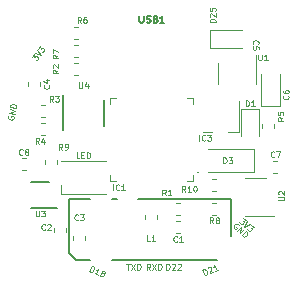
<source format=gbr>
%TF.GenerationSoftware,KiCad,Pcbnew,(5.0.1)-4*%
%TF.CreationDate,2019-05-08T05:57:42+02:00*%
%TF.ProjectId,ESPesh,4553506573682E6B696361645F706362,rev?*%
%TF.SameCoordinates,Original*%
%TF.FileFunction,Legend,Top*%
%TF.FilePolarity,Positive*%
%FSLAX46Y46*%
G04 Gerber Fmt 4.6, Leading zero omitted, Abs format (unit mm)*
G04 Created by KiCad (PCBNEW (5.0.1)-4) date 08/05/2019 5:57:42*
%MOMM*%
%LPD*%
G01*
G04 APERTURE LIST*
%ADD10C,0.100000*%
%ADD11C,0.120000*%
%ADD12C,0.200000*%
%ADD13C,0.150000*%
%ADD14C,0.125000*%
G04 APERTURE END LIST*
D10*
X156598500Y-93774000D02*
X156598500Y-93274000D01*
X156598500Y-93274000D02*
X156098500Y-93274000D01*
X150098500Y-93274000D02*
X149598500Y-93274000D01*
X149598500Y-93274000D02*
X149598500Y-93774000D01*
X149598500Y-99774000D02*
X149598500Y-100274000D01*
X149598500Y-100274000D02*
X150098500Y-100274000D01*
X156598500Y-99774000D02*
X156598500Y-100274000D01*
X156598500Y-100274000D02*
X156098500Y-100274000D01*
X156898500Y-99524000D02*
X156898500Y-99524000D01*
X156998500Y-99524000D02*
X156998500Y-99524000D01*
X156998500Y-99524000D02*
G75*
G03X156898500Y-99524000I-50000J0D01*
G01*
X156898500Y-99524000D02*
G75*
G03X156998500Y-99524000I50000J0D01*
G01*
D11*
X160479500Y-96120500D02*
X159529500Y-96120500D01*
X160479500Y-93520500D02*
X160479500Y-96120500D01*
X158229500Y-96120500D02*
X157429500Y-96120500D01*
X146822279Y-88267000D02*
X146496721Y-88267000D01*
X146822279Y-87247000D02*
X146496721Y-87247000D01*
X146847779Y-88771000D02*
X146522221Y-88771000D01*
X146847779Y-89791000D02*
X146522221Y-89791000D01*
X144778000Y-104594779D02*
X144778000Y-104269221D01*
X145798000Y-104594779D02*
X145798000Y-104269221D01*
X146429000Y-104955221D02*
X146429000Y-105280779D01*
X147449000Y-104955221D02*
X147449000Y-105280779D01*
X152525000Y-103515279D02*
X152525000Y-103189721D01*
X153545000Y-103515279D02*
X153545000Y-103189721D01*
D12*
X159800000Y-101768600D02*
X151950000Y-101768600D01*
X146050000Y-101768600D02*
X146050000Y-106368600D01*
X149700000Y-106968600D02*
X158650000Y-106968600D01*
X159800000Y-101768600D02*
X159800000Y-104968600D01*
X146050000Y-101768600D02*
X147900000Y-101768600D01*
X146650000Y-106968600D02*
X147900000Y-106968600D01*
X149700000Y-101768600D02*
X150150000Y-101768600D01*
X146050000Y-106368600D02*
X146650000Y-106968600D01*
D11*
X155183721Y-104650000D02*
X155509279Y-104650000D01*
X155183721Y-103630000D02*
X155509279Y-103630000D01*
X155183721Y-103126000D02*
X155509279Y-103126000D01*
X155183721Y-102106000D02*
X155509279Y-102106000D01*
X158664000Y-90286000D02*
X158664000Y-92086000D01*
X161884000Y-92086000D02*
X161884000Y-89636000D01*
X160767500Y-87480000D02*
X158057500Y-87480000D01*
X158057500Y-87480000D02*
X158057500Y-89050000D01*
X158057500Y-89050000D02*
X160767500Y-89050000D01*
X163916500Y-93913500D02*
X163916500Y-91203500D01*
X162346500Y-93913500D02*
X163916500Y-93913500D01*
X162346500Y-91203500D02*
X162346500Y-93913500D01*
X163713279Y-98550000D02*
X163387721Y-98550000D01*
X163713279Y-99570000D02*
X163387721Y-99570000D01*
X142440779Y-99379500D02*
X142115221Y-99379500D01*
X142440779Y-98359500D02*
X142115221Y-98359500D01*
X162152000Y-96431000D02*
X162152000Y-94146000D01*
X162152000Y-94146000D02*
X160682000Y-94146000D01*
X160682000Y-94146000D02*
X160682000Y-96431000D01*
X145394600Y-98612500D02*
X149194600Y-98612500D01*
X145394600Y-101412500D02*
X149194600Y-101412500D01*
X145394600Y-101412500D02*
X145394600Y-100662500D01*
X161762000Y-99552000D02*
X161762000Y-97552000D01*
X161762000Y-97552000D02*
X157862000Y-97552000D01*
X161762000Y-99552000D02*
X157862000Y-99552000D01*
X162431000Y-95442721D02*
X162431000Y-95768279D01*
X163451000Y-95442721D02*
X163451000Y-95768279D01*
X158231721Y-102106000D02*
X158557279Y-102106000D01*
X158231721Y-103126000D02*
X158557279Y-103126000D01*
X144016000Y-98816279D02*
X144016000Y-98490721D01*
X145036000Y-98816279D02*
X145036000Y-98490721D01*
X158557279Y-100074000D02*
X158231721Y-100074000D01*
X158557279Y-101094000D02*
X158231721Y-101094000D01*
X162761500Y-100053500D02*
X160961500Y-100053500D01*
X160961500Y-103273500D02*
X163411500Y-103273500D01*
D13*
X144362000Y-100373000D02*
X142912000Y-100373000D01*
X145087000Y-102573000D02*
X142912000Y-102573000D01*
D11*
X143639000Y-91886721D02*
X143639000Y-92212279D01*
X142619000Y-91886721D02*
X142619000Y-92212279D01*
X146496721Y-90295000D02*
X146822279Y-90295000D01*
X146496721Y-91315000D02*
X146822279Y-91315000D01*
X143753721Y-94871000D02*
X144079279Y-94871000D01*
X143753721Y-93851000D02*
X144079279Y-93851000D01*
X143753721Y-95375000D02*
X144079279Y-95375000D01*
X143753721Y-96395000D02*
X144079279Y-96395000D01*
D13*
X145620000Y-93013000D02*
X145620000Y-95963000D01*
X149020000Y-93388000D02*
X149020000Y-95588000D01*
D14*
X160822672Y-103395296D02*
X161052693Y-103602408D01*
X160801382Y-103632437D01*
X160854464Y-103680232D01*
X160873920Y-103729789D01*
X160875682Y-103763415D01*
X160861513Y-103814735D01*
X160781854Y-103903204D01*
X160732297Y-103922660D01*
X160698671Y-103924423D01*
X160647352Y-103910253D01*
X160541188Y-103814663D01*
X160521732Y-103765106D01*
X160519970Y-103731480D01*
X161158856Y-103697998D02*
X160948149Y-104181092D01*
X161406571Y-103921041D01*
X161495041Y-104000700D02*
X161725062Y-104207811D01*
X161473751Y-104237841D01*
X161526833Y-104285636D01*
X161546289Y-104335193D01*
X161548051Y-104368819D01*
X161533882Y-104420138D01*
X161454223Y-104508608D01*
X161404666Y-104528064D01*
X161371040Y-104529827D01*
X161319721Y-104515657D01*
X161213557Y-104420067D01*
X161194101Y-104370510D01*
X161192339Y-104336884D01*
X142918772Y-89801110D02*
X143105048Y-89553914D01*
X143156867Y-89801651D01*
X143199854Y-89744605D01*
X143247527Y-89720904D01*
X143280871Y-89716218D01*
X143333230Y-89725861D01*
X143428306Y-89797505D01*
X143452007Y-89845178D01*
X143456693Y-89878522D01*
X143447050Y-89930882D01*
X143361077Y-90044972D01*
X143313404Y-90068674D01*
X143280060Y-90073360D01*
X143191022Y-89439823D02*
X143690642Y-89607624D01*
X143391627Y-89173611D01*
X143463272Y-89078535D02*
X143649548Y-88831339D01*
X143701366Y-89079076D01*
X143744353Y-89022030D01*
X143792026Y-88998329D01*
X143825370Y-88993643D01*
X143877729Y-89003286D01*
X143972805Y-89074930D01*
X143996506Y-89122603D01*
X144001192Y-89155947D01*
X143991550Y-89208307D01*
X143905576Y-89322397D01*
X143857903Y-89346099D01*
X143824559Y-89350785D01*
X160483388Y-104014852D02*
X160464800Y-103964963D01*
X160412560Y-103916249D01*
X160344083Y-103884948D01*
X160276780Y-103887298D01*
X160226891Y-103905886D01*
X160144526Y-103959301D01*
X160095811Y-104011541D01*
X160048272Y-104097431D01*
X160033209Y-104148496D01*
X160035560Y-104215798D01*
X160071561Y-104281926D01*
X160106387Y-104314402D01*
X160174865Y-104345703D01*
X160208516Y-104344528D01*
X160322183Y-104222635D01*
X160252530Y-104157683D01*
X160332759Y-104525496D02*
X160673758Y-104159820D01*
X160541717Y-104720353D01*
X160882716Y-104354676D01*
X160715849Y-104882734D02*
X161056848Y-104517057D01*
X161143914Y-104598247D01*
X161179915Y-104664374D01*
X161182266Y-104731677D01*
X161167203Y-104782741D01*
X161119664Y-104868632D01*
X161070950Y-104920872D01*
X160988584Y-104974286D01*
X160938695Y-104992875D01*
X160871392Y-104995225D01*
X160802915Y-104963924D01*
X160715849Y-104882734D01*
X140958211Y-94739450D02*
X140924300Y-94780493D01*
X140908232Y-94850091D01*
X140915364Y-94925045D01*
X140951050Y-94982155D01*
X140992093Y-95016066D01*
X141079534Y-95060690D01*
X141149132Y-95076758D01*
X141247285Y-95074982D01*
X141299039Y-95062495D01*
X141356150Y-95026808D01*
X141395417Y-94962566D01*
X141406129Y-94916168D01*
X141398998Y-94841214D01*
X141381154Y-94812659D01*
X141218759Y-94775167D01*
X141197336Y-94867964D01*
X141475757Y-94614577D02*
X140988572Y-94502101D01*
X141540029Y-94336186D01*
X141052844Y-94223710D01*
X141593588Y-94104193D02*
X141106403Y-93991717D01*
X141133183Y-93875721D01*
X141172450Y-93811479D01*
X141229561Y-93775792D01*
X141281316Y-93763305D01*
X141379469Y-93761530D01*
X141449067Y-93777597D01*
X141536508Y-93822221D01*
X141577550Y-93856132D01*
X141613237Y-93913242D01*
X141620368Y-93988196D01*
X141593588Y-94104193D01*
X157581002Y-108268439D02*
X157385637Y-107808186D01*
X157495221Y-107761671D01*
X157570274Y-107755678D01*
X157632714Y-107780905D01*
X157673237Y-107815436D01*
X157732366Y-107893800D01*
X157760276Y-107959550D01*
X157775571Y-108056520D01*
X157772261Y-108109657D01*
X157747033Y-108172097D01*
X157690586Y-108221923D01*
X157581002Y-108268439D01*
X157842579Y-107665957D02*
X157855192Y-107634737D01*
X157889723Y-107594214D01*
X157999307Y-107547699D01*
X158052443Y-107551009D01*
X158083663Y-107563623D01*
X158124186Y-107598153D01*
X158142792Y-107641987D01*
X158148785Y-107717040D01*
X157997421Y-108091679D01*
X158282339Y-107970739D01*
X158720675Y-107784676D02*
X158457674Y-107896314D01*
X158589174Y-107840495D02*
X158393809Y-107380243D01*
X158377884Y-107464599D01*
X158352657Y-107527039D01*
X158318127Y-107567562D01*
X147815742Y-107920979D02*
X148011107Y-107460727D01*
X148120691Y-107507243D01*
X148177139Y-107557069D01*
X148202366Y-107619508D01*
X148205676Y-107672645D01*
X148190381Y-107769615D01*
X148162471Y-107835366D01*
X148103342Y-107913730D01*
X148062819Y-107948260D01*
X148000379Y-107973488D01*
X147925326Y-107967495D01*
X147815742Y-107920979D01*
X148517079Y-108218679D02*
X148254078Y-108107042D01*
X148385578Y-108162860D02*
X148580944Y-107702608D01*
X148509201Y-107749752D01*
X148446761Y-107774979D01*
X148393624Y-107778290D01*
X148891718Y-108067315D02*
X148857187Y-108026792D01*
X148844574Y-107995572D01*
X148841263Y-107942436D01*
X148850566Y-107920519D01*
X148891089Y-107885988D01*
X148922309Y-107873375D01*
X148975446Y-107870064D01*
X149063113Y-107907277D01*
X149097643Y-107947800D01*
X149110257Y-107979020D01*
X149113568Y-108032156D01*
X149104265Y-108054073D01*
X149063741Y-108088604D01*
X149032522Y-108101217D01*
X148979385Y-108104528D01*
X148891718Y-108067315D01*
X148838581Y-108070626D01*
X148807361Y-108083240D01*
X148766838Y-108117770D01*
X148729626Y-108205437D01*
X148732936Y-108258574D01*
X148745550Y-108289794D01*
X148780080Y-108330317D01*
X148867747Y-108367529D01*
X148920884Y-108364219D01*
X148952104Y-108351605D01*
X148992627Y-108317075D01*
X149029840Y-108229407D01*
X149026529Y-108176271D01*
X149013915Y-108145051D01*
X148979385Y-108104528D01*
X152955666Y-107795190D02*
X152789000Y-107557095D01*
X152669952Y-107795190D02*
X152669952Y-107295190D01*
X152860428Y-107295190D01*
X152908047Y-107319000D01*
X152931857Y-107342809D01*
X152955666Y-107390428D01*
X152955666Y-107461857D01*
X152931857Y-107509476D01*
X152908047Y-107533285D01*
X152860428Y-107557095D01*
X152669952Y-107557095D01*
X153122333Y-107295190D02*
X153455666Y-107795190D01*
X153455666Y-107295190D02*
X153122333Y-107795190D01*
X153646142Y-107795190D02*
X153646142Y-107295190D01*
X153765190Y-107295190D01*
X153836619Y-107319000D01*
X153884238Y-107366619D01*
X153908047Y-107414238D01*
X153931857Y-107509476D01*
X153931857Y-107580904D01*
X153908047Y-107676142D01*
X153884238Y-107723761D01*
X153836619Y-107771380D01*
X153765190Y-107795190D01*
X153646142Y-107795190D01*
X154332857Y-107795190D02*
X154332857Y-107295190D01*
X154451904Y-107295190D01*
X154523333Y-107319000D01*
X154570952Y-107366619D01*
X154594761Y-107414238D01*
X154618571Y-107509476D01*
X154618571Y-107580904D01*
X154594761Y-107676142D01*
X154570952Y-107723761D01*
X154523333Y-107771380D01*
X154451904Y-107795190D01*
X154332857Y-107795190D01*
X154809047Y-107342809D02*
X154832857Y-107319000D01*
X154880476Y-107295190D01*
X154999523Y-107295190D01*
X155047142Y-107319000D01*
X155070952Y-107342809D01*
X155094761Y-107390428D01*
X155094761Y-107438047D01*
X155070952Y-107509476D01*
X154785238Y-107795190D01*
X155094761Y-107795190D01*
X155285238Y-107342809D02*
X155309047Y-107319000D01*
X155356666Y-107295190D01*
X155475714Y-107295190D01*
X155523333Y-107319000D01*
X155547142Y-107342809D01*
X155570952Y-107390428D01*
X155570952Y-107438047D01*
X155547142Y-107509476D01*
X155261428Y-107795190D01*
X155570952Y-107795190D01*
X150943547Y-107295190D02*
X151229261Y-107295190D01*
X151086404Y-107795190D02*
X151086404Y-107295190D01*
X151348309Y-107295190D02*
X151681642Y-107795190D01*
X151681642Y-107295190D02*
X151348309Y-107795190D01*
X151872119Y-107795190D02*
X151872119Y-107295190D01*
X151991166Y-107295190D01*
X152062595Y-107319000D01*
X152110214Y-107366619D01*
X152134023Y-107414238D01*
X152157833Y-107509476D01*
X152157833Y-107580904D01*
X152134023Y-107676142D01*
X152110214Y-107723761D01*
X152062595Y-107771380D01*
X151991166Y-107795190D01*
X151872119Y-107795190D01*
X158493590Y-86852842D02*
X157993590Y-86852842D01*
X157993590Y-86733795D01*
X158017400Y-86662366D01*
X158065019Y-86614747D01*
X158112638Y-86590938D01*
X158207876Y-86567128D01*
X158279304Y-86567128D01*
X158374542Y-86590938D01*
X158422161Y-86614747D01*
X158469780Y-86662366D01*
X158493590Y-86733795D01*
X158493590Y-86852842D01*
X158041209Y-86376652D02*
X158017400Y-86352842D01*
X157993590Y-86305223D01*
X157993590Y-86186176D01*
X158017400Y-86138557D01*
X158041209Y-86114747D01*
X158088828Y-86090938D01*
X158136447Y-86090938D01*
X158207876Y-86114747D01*
X158493590Y-86400461D01*
X158493590Y-86090938D01*
X157993590Y-85638557D02*
X157993590Y-85876652D01*
X158231685Y-85900461D01*
X158207876Y-85876652D01*
X158184066Y-85829033D01*
X158184066Y-85709985D01*
X158207876Y-85662366D01*
X158231685Y-85638557D01*
X158279304Y-85614747D01*
X158398352Y-85614747D01*
X158445971Y-85638557D01*
X158469780Y-85662366D01*
X158493590Y-85709985D01*
X158493590Y-85829033D01*
X158469780Y-85876652D01*
X158445971Y-85900461D01*
X149816404Y-101064190D02*
X149816404Y-100564190D01*
X150340214Y-101016571D02*
X150316404Y-101040380D01*
X150244976Y-101064190D01*
X150197357Y-101064190D01*
X150125928Y-101040380D01*
X150078309Y-100992761D01*
X150054500Y-100945142D01*
X150030690Y-100849904D01*
X150030690Y-100778476D01*
X150054500Y-100683238D01*
X150078309Y-100635619D01*
X150125928Y-100588000D01*
X150197357Y-100564190D01*
X150244976Y-100564190D01*
X150316404Y-100588000D01*
X150340214Y-100611809D01*
X150816404Y-101064190D02*
X150530690Y-101064190D01*
X150673547Y-101064190D02*
X150673547Y-100564190D01*
X150625928Y-100635619D01*
X150578309Y-100683238D01*
X150530690Y-100707047D01*
X157118904Y-96873190D02*
X157118904Y-96373190D01*
X157642714Y-96825571D02*
X157618904Y-96849380D01*
X157547476Y-96873190D01*
X157499857Y-96873190D01*
X157428428Y-96849380D01*
X157380809Y-96801761D01*
X157357000Y-96754142D01*
X157333190Y-96658904D01*
X157333190Y-96587476D01*
X157357000Y-96492238D01*
X157380809Y-96444619D01*
X157428428Y-96397000D01*
X157499857Y-96373190D01*
X157547476Y-96373190D01*
X157618904Y-96397000D01*
X157642714Y-96420809D01*
X157809380Y-96373190D02*
X158118904Y-96373190D01*
X157952238Y-96563666D01*
X158023666Y-96563666D01*
X158071285Y-96587476D01*
X158095095Y-96611285D01*
X158118904Y-96658904D01*
X158118904Y-96777952D01*
X158095095Y-96825571D01*
X158071285Y-96849380D01*
X158023666Y-96873190D01*
X157880809Y-96873190D01*
X157833190Y-96849380D01*
X157809380Y-96825571D01*
X147109666Y-86903690D02*
X146943000Y-86665595D01*
X146823952Y-86903690D02*
X146823952Y-86403690D01*
X147014428Y-86403690D01*
X147062047Y-86427500D01*
X147085857Y-86451309D01*
X147109666Y-86498928D01*
X147109666Y-86570357D01*
X147085857Y-86617976D01*
X147062047Y-86641785D01*
X147014428Y-86665595D01*
X146823952Y-86665595D01*
X147538238Y-86403690D02*
X147443000Y-86403690D01*
X147395380Y-86427500D01*
X147371571Y-86451309D01*
X147323952Y-86522738D01*
X147300142Y-86617976D01*
X147300142Y-86808452D01*
X147323952Y-86856071D01*
X147347761Y-86879880D01*
X147395380Y-86903690D01*
X147490619Y-86903690D01*
X147538238Y-86879880D01*
X147562047Y-86856071D01*
X147585857Y-86808452D01*
X147585857Y-86689404D01*
X147562047Y-86641785D01*
X147538238Y-86617976D01*
X147490619Y-86594166D01*
X147395380Y-86594166D01*
X147347761Y-86617976D01*
X147323952Y-86641785D01*
X147300142Y-86689404D01*
X145196690Y-89618333D02*
X144958595Y-89785000D01*
X145196690Y-89904047D02*
X144696690Y-89904047D01*
X144696690Y-89713571D01*
X144720500Y-89665952D01*
X144744309Y-89642142D01*
X144791928Y-89618333D01*
X144863357Y-89618333D01*
X144910976Y-89642142D01*
X144934785Y-89665952D01*
X144958595Y-89713571D01*
X144958595Y-89904047D01*
X144696690Y-89451666D02*
X144696690Y-89118333D01*
X145196690Y-89332619D01*
X144061666Y-104382071D02*
X144037857Y-104405880D01*
X143966428Y-104429690D01*
X143918809Y-104429690D01*
X143847380Y-104405880D01*
X143799761Y-104358261D01*
X143775952Y-104310642D01*
X143752142Y-104215404D01*
X143752142Y-104143976D01*
X143775952Y-104048738D01*
X143799761Y-104001119D01*
X143847380Y-103953500D01*
X143918809Y-103929690D01*
X143966428Y-103929690D01*
X144037857Y-103953500D01*
X144061666Y-103977309D01*
X144252142Y-103977309D02*
X144275952Y-103953500D01*
X144323571Y-103929690D01*
X144442619Y-103929690D01*
X144490238Y-103953500D01*
X144514047Y-103977309D01*
X144537857Y-104024928D01*
X144537857Y-104072547D01*
X144514047Y-104143976D01*
X144228333Y-104429690D01*
X144537857Y-104429690D01*
X146855666Y-103556571D02*
X146831857Y-103580380D01*
X146760428Y-103604190D01*
X146712809Y-103604190D01*
X146641380Y-103580380D01*
X146593761Y-103532761D01*
X146569952Y-103485142D01*
X146546142Y-103389904D01*
X146546142Y-103318476D01*
X146569952Y-103223238D01*
X146593761Y-103175619D01*
X146641380Y-103128000D01*
X146712809Y-103104190D01*
X146760428Y-103104190D01*
X146831857Y-103128000D01*
X146855666Y-103151809D01*
X147022333Y-103104190D02*
X147331857Y-103104190D01*
X147165190Y-103294666D01*
X147236619Y-103294666D01*
X147284238Y-103318476D01*
X147308047Y-103342285D01*
X147331857Y-103389904D01*
X147331857Y-103508952D01*
X147308047Y-103556571D01*
X147284238Y-103580380D01*
X147236619Y-103604190D01*
X147093761Y-103604190D01*
X147046142Y-103580380D01*
X147022333Y-103556571D01*
X152951666Y-105382190D02*
X152713571Y-105382190D01*
X152713571Y-104882190D01*
X153380238Y-105382190D02*
X153094523Y-105382190D01*
X153237380Y-105382190D02*
X153237380Y-104882190D01*
X153189761Y-104953619D01*
X153142142Y-105001238D01*
X153094523Y-105025047D01*
D13*
X152055642Y-86285428D02*
X152055642Y-86771142D01*
X152084214Y-86828285D01*
X152112785Y-86856857D01*
X152169928Y-86885428D01*
X152284214Y-86885428D01*
X152341357Y-86856857D01*
X152369928Y-86828285D01*
X152398500Y-86771142D01*
X152398500Y-86285428D01*
X152655642Y-86856857D02*
X152741357Y-86885428D01*
X152884214Y-86885428D01*
X152941357Y-86856857D01*
X152969928Y-86828285D01*
X152998500Y-86771142D01*
X152998500Y-86714000D01*
X152969928Y-86656857D01*
X152941357Y-86628285D01*
X152884214Y-86599714D01*
X152769928Y-86571142D01*
X152712785Y-86542571D01*
X152684214Y-86514000D01*
X152655642Y-86456857D01*
X152655642Y-86399714D01*
X152684214Y-86342571D01*
X152712785Y-86314000D01*
X152769928Y-86285428D01*
X152912785Y-86285428D01*
X152998500Y-86314000D01*
X153455642Y-86571142D02*
X153541357Y-86599714D01*
X153569928Y-86628285D01*
X153598500Y-86685428D01*
X153598500Y-86771142D01*
X153569928Y-86828285D01*
X153541357Y-86856857D01*
X153484214Y-86885428D01*
X153255642Y-86885428D01*
X153255642Y-86285428D01*
X153455642Y-86285428D01*
X153512785Y-86314000D01*
X153541357Y-86342571D01*
X153569928Y-86399714D01*
X153569928Y-86456857D01*
X153541357Y-86514000D01*
X153512785Y-86542571D01*
X153455642Y-86571142D01*
X153255642Y-86571142D01*
X154169928Y-86885428D02*
X153827071Y-86885428D01*
X153998500Y-86885428D02*
X153998500Y-86285428D01*
X153941357Y-86371142D01*
X153884214Y-86428285D01*
X153827071Y-86456857D01*
D14*
X155237666Y-105398071D02*
X155213857Y-105421880D01*
X155142428Y-105445690D01*
X155094809Y-105445690D01*
X155023380Y-105421880D01*
X154975761Y-105374261D01*
X154951952Y-105326642D01*
X154928142Y-105231404D01*
X154928142Y-105159976D01*
X154951952Y-105064738D01*
X154975761Y-105017119D01*
X155023380Y-104969500D01*
X155094809Y-104945690D01*
X155142428Y-104945690D01*
X155213857Y-104969500D01*
X155237666Y-104993309D01*
X155713857Y-105445690D02*
X155428142Y-105445690D01*
X155571000Y-105445690D02*
X155571000Y-104945690D01*
X155523380Y-105017119D01*
X155475761Y-105064738D01*
X155428142Y-105088547D01*
X154285166Y-101508690D02*
X154118500Y-101270595D01*
X153999452Y-101508690D02*
X153999452Y-101008690D01*
X154189928Y-101008690D01*
X154237547Y-101032500D01*
X154261357Y-101056309D01*
X154285166Y-101103928D01*
X154285166Y-101175357D01*
X154261357Y-101222976D01*
X154237547Y-101246785D01*
X154189928Y-101270595D01*
X153999452Y-101270595D01*
X154761357Y-101508690D02*
X154475642Y-101508690D01*
X154618500Y-101508690D02*
X154618500Y-101008690D01*
X154570880Y-101080119D01*
X154523261Y-101127738D01*
X154475642Y-101151547D01*
X162115547Y-89578690D02*
X162115547Y-89983452D01*
X162139357Y-90031071D01*
X162163166Y-90054880D01*
X162210785Y-90078690D01*
X162306023Y-90078690D01*
X162353642Y-90054880D01*
X162377452Y-90031071D01*
X162401261Y-89983452D01*
X162401261Y-89578690D01*
X162901261Y-90078690D02*
X162615547Y-90078690D01*
X162758404Y-90078690D02*
X162758404Y-89578690D01*
X162710785Y-89650119D01*
X162663166Y-89697738D01*
X162615547Y-89721547D01*
X161682928Y-88689666D02*
X161659119Y-88665857D01*
X161635309Y-88594428D01*
X161635309Y-88546809D01*
X161659119Y-88475380D01*
X161706738Y-88427761D01*
X161754357Y-88403952D01*
X161849595Y-88380142D01*
X161921023Y-88380142D01*
X162016261Y-88403952D01*
X162063880Y-88427761D01*
X162111500Y-88475380D01*
X162135309Y-88546809D01*
X162135309Y-88594428D01*
X162111500Y-88665857D01*
X162087690Y-88689666D01*
X162135309Y-89142047D02*
X162135309Y-88903952D01*
X161897214Y-88880142D01*
X161921023Y-88903952D01*
X161944833Y-88951571D01*
X161944833Y-89070619D01*
X161921023Y-89118238D01*
X161897214Y-89142047D01*
X161849595Y-89165857D01*
X161730547Y-89165857D01*
X161682928Y-89142047D01*
X161659119Y-89118238D01*
X161635309Y-89070619D01*
X161635309Y-88951571D01*
X161659119Y-88903952D01*
X161682928Y-88880142D01*
X164643571Y-93048833D02*
X164667380Y-93072642D01*
X164691190Y-93144071D01*
X164691190Y-93191690D01*
X164667380Y-93263119D01*
X164619761Y-93310738D01*
X164572142Y-93334547D01*
X164476904Y-93358357D01*
X164405476Y-93358357D01*
X164310238Y-93334547D01*
X164262619Y-93310738D01*
X164215000Y-93263119D01*
X164191190Y-93191690D01*
X164191190Y-93144071D01*
X164215000Y-93072642D01*
X164238809Y-93048833D01*
X164191190Y-92620261D02*
X164191190Y-92715500D01*
X164215000Y-92763119D01*
X164238809Y-92786928D01*
X164310238Y-92834547D01*
X164405476Y-92858357D01*
X164595952Y-92858357D01*
X164643571Y-92834547D01*
X164667380Y-92810738D01*
X164691190Y-92763119D01*
X164691190Y-92667880D01*
X164667380Y-92620261D01*
X164643571Y-92596452D01*
X164595952Y-92572642D01*
X164476904Y-92572642D01*
X164429285Y-92596452D01*
X164405476Y-92620261D01*
X164381666Y-92667880D01*
X164381666Y-92763119D01*
X164405476Y-92810738D01*
X164429285Y-92834547D01*
X164476904Y-92858357D01*
X163467166Y-98222571D02*
X163443357Y-98246380D01*
X163371928Y-98270190D01*
X163324309Y-98270190D01*
X163252880Y-98246380D01*
X163205261Y-98198761D01*
X163181452Y-98151142D01*
X163157642Y-98055904D01*
X163157642Y-97984476D01*
X163181452Y-97889238D01*
X163205261Y-97841619D01*
X163252880Y-97794000D01*
X163324309Y-97770190D01*
X163371928Y-97770190D01*
X163443357Y-97794000D01*
X163467166Y-97817809D01*
X163633833Y-97770190D02*
X163967166Y-97770190D01*
X163752880Y-98270190D01*
D13*
D14*
X142169166Y-98032071D02*
X142145357Y-98055880D01*
X142073928Y-98079690D01*
X142026309Y-98079690D01*
X141954880Y-98055880D01*
X141907261Y-98008261D01*
X141883452Y-97960642D01*
X141859642Y-97865404D01*
X141859642Y-97793976D01*
X141883452Y-97698738D01*
X141907261Y-97651119D01*
X141954880Y-97603500D01*
X142026309Y-97579690D01*
X142073928Y-97579690D01*
X142145357Y-97603500D01*
X142169166Y-97627309D01*
X142454880Y-97793976D02*
X142407261Y-97770166D01*
X142383452Y-97746357D01*
X142359642Y-97698738D01*
X142359642Y-97674928D01*
X142383452Y-97627309D01*
X142407261Y-97603500D01*
X142454880Y-97579690D01*
X142550119Y-97579690D01*
X142597738Y-97603500D01*
X142621547Y-97627309D01*
X142645357Y-97674928D01*
X142645357Y-97698738D01*
X142621547Y-97746357D01*
X142597738Y-97770166D01*
X142550119Y-97793976D01*
X142454880Y-97793976D01*
X142407261Y-97817785D01*
X142383452Y-97841595D01*
X142359642Y-97889214D01*
X142359642Y-97984452D01*
X142383452Y-98032071D01*
X142407261Y-98055880D01*
X142454880Y-98079690D01*
X142550119Y-98079690D01*
X142597738Y-98055880D01*
X142621547Y-98032071D01*
X142645357Y-97984452D01*
X142645357Y-97889214D01*
X142621547Y-97841595D01*
X142597738Y-97817785D01*
X142550119Y-97793976D01*
X161047952Y-93952190D02*
X161047952Y-93452190D01*
X161167000Y-93452190D01*
X161238428Y-93476000D01*
X161286047Y-93523619D01*
X161309857Y-93571238D01*
X161333666Y-93666476D01*
X161333666Y-93737904D01*
X161309857Y-93833142D01*
X161286047Y-93880761D01*
X161238428Y-93928380D01*
X161167000Y-93952190D01*
X161047952Y-93952190D01*
X161809857Y-93952190D02*
X161524142Y-93952190D01*
X161667000Y-93952190D02*
X161667000Y-93452190D01*
X161619380Y-93523619D01*
X161571761Y-93571238D01*
X161524142Y-93595047D01*
X146973171Y-98348690D02*
X146735076Y-98348690D01*
X146735076Y-97848690D01*
X147139838Y-98086785D02*
X147306504Y-98086785D01*
X147377933Y-98348690D02*
X147139838Y-98348690D01*
X147139838Y-97848690D01*
X147377933Y-97848690D01*
X147592219Y-98348690D02*
X147592219Y-97848690D01*
X147711266Y-97848690D01*
X147782695Y-97872500D01*
X147830314Y-97920119D01*
X147854123Y-97967738D01*
X147877933Y-98062976D01*
X147877933Y-98134404D01*
X147854123Y-98229642D01*
X147830314Y-98277261D01*
X147782695Y-98324880D01*
X147711266Y-98348690D01*
X147592219Y-98348690D01*
X159142952Y-98778190D02*
X159142952Y-98278190D01*
X159262000Y-98278190D01*
X159333428Y-98302000D01*
X159381047Y-98349619D01*
X159404857Y-98397238D01*
X159428666Y-98492476D01*
X159428666Y-98563904D01*
X159404857Y-98659142D01*
X159381047Y-98706761D01*
X159333428Y-98754380D01*
X159262000Y-98778190D01*
X159142952Y-98778190D01*
X159595333Y-98278190D02*
X159904857Y-98278190D01*
X159738190Y-98468666D01*
X159809619Y-98468666D01*
X159857238Y-98492476D01*
X159881047Y-98516285D01*
X159904857Y-98563904D01*
X159904857Y-98682952D01*
X159881047Y-98730571D01*
X159857238Y-98754380D01*
X159809619Y-98778190D01*
X159666761Y-98778190D01*
X159619142Y-98754380D01*
X159595333Y-98730571D01*
X164246690Y-94888833D02*
X164008595Y-95055500D01*
X164246690Y-95174547D02*
X163746690Y-95174547D01*
X163746690Y-94984071D01*
X163770500Y-94936452D01*
X163794309Y-94912642D01*
X163841928Y-94888833D01*
X163913357Y-94888833D01*
X163960976Y-94912642D01*
X163984785Y-94936452D01*
X164008595Y-94984071D01*
X164008595Y-95174547D01*
X163746690Y-94436452D02*
X163746690Y-94674547D01*
X163984785Y-94698357D01*
X163960976Y-94674547D01*
X163937166Y-94626928D01*
X163937166Y-94507880D01*
X163960976Y-94460261D01*
X163984785Y-94436452D01*
X164032404Y-94412642D01*
X164151452Y-94412642D01*
X164199071Y-94436452D01*
X164222880Y-94460261D01*
X164246690Y-94507880D01*
X164246690Y-94626928D01*
X164222880Y-94674547D01*
X164199071Y-94698357D01*
X158311166Y-103858190D02*
X158144500Y-103620095D01*
X158025452Y-103858190D02*
X158025452Y-103358190D01*
X158215928Y-103358190D01*
X158263547Y-103382000D01*
X158287357Y-103405809D01*
X158311166Y-103453428D01*
X158311166Y-103524857D01*
X158287357Y-103572476D01*
X158263547Y-103596285D01*
X158215928Y-103620095D01*
X158025452Y-103620095D01*
X158596880Y-103572476D02*
X158549261Y-103548666D01*
X158525452Y-103524857D01*
X158501642Y-103477238D01*
X158501642Y-103453428D01*
X158525452Y-103405809D01*
X158549261Y-103382000D01*
X158596880Y-103358190D01*
X158692119Y-103358190D01*
X158739738Y-103382000D01*
X158763547Y-103405809D01*
X158787357Y-103453428D01*
X158787357Y-103477238D01*
X158763547Y-103524857D01*
X158739738Y-103548666D01*
X158692119Y-103572476D01*
X158596880Y-103572476D01*
X158549261Y-103596285D01*
X158525452Y-103620095D01*
X158501642Y-103667714D01*
X158501642Y-103762952D01*
X158525452Y-103810571D01*
X158549261Y-103834380D01*
X158596880Y-103858190D01*
X158692119Y-103858190D01*
X158739738Y-103834380D01*
X158763547Y-103810571D01*
X158787357Y-103762952D01*
X158787357Y-103667714D01*
X158763547Y-103620095D01*
X158739738Y-103596285D01*
X158692119Y-103572476D01*
X145522166Y-97635190D02*
X145355500Y-97397095D01*
X145236452Y-97635190D02*
X145236452Y-97135190D01*
X145426928Y-97135190D01*
X145474547Y-97159000D01*
X145498357Y-97182809D01*
X145522166Y-97230428D01*
X145522166Y-97301857D01*
X145498357Y-97349476D01*
X145474547Y-97373285D01*
X145426928Y-97397095D01*
X145236452Y-97397095D01*
X145760261Y-97635190D02*
X145855500Y-97635190D01*
X145903119Y-97611380D01*
X145926928Y-97587571D01*
X145974547Y-97516142D01*
X145998357Y-97420904D01*
X145998357Y-97230428D01*
X145974547Y-97182809D01*
X145950738Y-97159000D01*
X145903119Y-97135190D01*
X145807880Y-97135190D01*
X145760261Y-97159000D01*
X145736452Y-97182809D01*
X145712642Y-97230428D01*
X145712642Y-97349476D01*
X145736452Y-97397095D01*
X145760261Y-97420904D01*
X145807880Y-97444714D01*
X145903119Y-97444714D01*
X145950738Y-97420904D01*
X145974547Y-97397095D01*
X145998357Y-97349476D01*
X155952071Y-101191190D02*
X155785404Y-100953095D01*
X155666357Y-101191190D02*
X155666357Y-100691190D01*
X155856833Y-100691190D01*
X155904452Y-100715000D01*
X155928261Y-100738809D01*
X155952071Y-100786428D01*
X155952071Y-100857857D01*
X155928261Y-100905476D01*
X155904452Y-100929285D01*
X155856833Y-100953095D01*
X155666357Y-100953095D01*
X156428261Y-101191190D02*
X156142547Y-101191190D01*
X156285404Y-101191190D02*
X156285404Y-100691190D01*
X156237785Y-100762619D01*
X156190166Y-100810238D01*
X156142547Y-100834047D01*
X156737785Y-100691190D02*
X156785404Y-100691190D01*
X156833023Y-100715000D01*
X156856833Y-100738809D01*
X156880642Y-100786428D01*
X156904452Y-100881666D01*
X156904452Y-101000714D01*
X156880642Y-101095952D01*
X156856833Y-101143571D01*
X156833023Y-101167380D01*
X156785404Y-101191190D01*
X156737785Y-101191190D01*
X156690166Y-101167380D01*
X156666357Y-101143571D01*
X156642547Y-101095952D01*
X156618738Y-101000714D01*
X156618738Y-100881666D01*
X156642547Y-100786428D01*
X156666357Y-100738809D01*
X156690166Y-100715000D01*
X156737785Y-100691190D01*
X163810190Y-101917452D02*
X164214952Y-101917452D01*
X164262571Y-101893642D01*
X164286380Y-101869833D01*
X164310190Y-101822214D01*
X164310190Y-101726976D01*
X164286380Y-101679357D01*
X164262571Y-101655547D01*
X164214952Y-101631738D01*
X163810190Y-101631738D01*
X163857809Y-101417452D02*
X163834000Y-101393642D01*
X163810190Y-101346023D01*
X163810190Y-101226976D01*
X163834000Y-101179357D01*
X163857809Y-101155547D01*
X163905428Y-101131738D01*
X163953047Y-101131738D01*
X164024476Y-101155547D01*
X164310190Y-101441261D01*
X164310190Y-101131738D01*
X143256047Y-102786690D02*
X143256047Y-103191452D01*
X143279857Y-103239071D01*
X143303666Y-103262880D01*
X143351285Y-103286690D01*
X143446523Y-103286690D01*
X143494142Y-103262880D01*
X143517952Y-103239071D01*
X143541761Y-103191452D01*
X143541761Y-102786690D01*
X143732238Y-102786690D02*
X144041761Y-102786690D01*
X143875095Y-102977166D01*
X143946523Y-102977166D01*
X143994142Y-103000976D01*
X144017952Y-103024785D01*
X144041761Y-103072404D01*
X144041761Y-103191452D01*
X144017952Y-103239071D01*
X143994142Y-103262880D01*
X143946523Y-103286690D01*
X143803666Y-103286690D01*
X143756047Y-103262880D01*
X143732238Y-103239071D01*
X144387071Y-92158333D02*
X144410880Y-92182142D01*
X144434690Y-92253571D01*
X144434690Y-92301190D01*
X144410880Y-92372619D01*
X144363261Y-92420238D01*
X144315642Y-92444047D01*
X144220404Y-92467857D01*
X144148976Y-92467857D01*
X144053738Y-92444047D01*
X144006119Y-92420238D01*
X143958500Y-92372619D01*
X143934690Y-92301190D01*
X143934690Y-92253571D01*
X143958500Y-92182142D01*
X143982309Y-92158333D01*
X144101357Y-91729761D02*
X144434690Y-91729761D01*
X143910880Y-91848809D02*
X144268023Y-91967857D01*
X144268023Y-91658333D01*
X145196690Y-90888333D02*
X144958595Y-91055000D01*
X145196690Y-91174047D02*
X144696690Y-91174047D01*
X144696690Y-90983571D01*
X144720500Y-90935952D01*
X144744309Y-90912142D01*
X144791928Y-90888333D01*
X144863357Y-90888333D01*
X144910976Y-90912142D01*
X144934785Y-90935952D01*
X144958595Y-90983571D01*
X144958595Y-91174047D01*
X144744309Y-90697857D02*
X144720500Y-90674047D01*
X144696690Y-90626428D01*
X144696690Y-90507380D01*
X144720500Y-90459761D01*
X144744309Y-90435952D01*
X144791928Y-90412142D01*
X144839547Y-90412142D01*
X144910976Y-90435952D01*
X145196690Y-90721666D01*
X145196690Y-90412142D01*
X144760166Y-93571190D02*
X144593500Y-93333095D01*
X144474452Y-93571190D02*
X144474452Y-93071190D01*
X144664928Y-93071190D01*
X144712547Y-93095000D01*
X144736357Y-93118809D01*
X144760166Y-93166428D01*
X144760166Y-93237857D01*
X144736357Y-93285476D01*
X144712547Y-93309285D01*
X144664928Y-93333095D01*
X144474452Y-93333095D01*
X144926833Y-93071190D02*
X145236357Y-93071190D01*
X145069690Y-93261666D01*
X145141119Y-93261666D01*
X145188738Y-93285476D01*
X145212547Y-93309285D01*
X145236357Y-93356904D01*
X145236357Y-93475952D01*
X145212547Y-93523571D01*
X145188738Y-93547380D01*
X145141119Y-93571190D01*
X144998261Y-93571190D01*
X144950642Y-93547380D01*
X144926833Y-93523571D01*
X143553666Y-97127190D02*
X143387000Y-96889095D01*
X143267952Y-97127190D02*
X143267952Y-96627190D01*
X143458428Y-96627190D01*
X143506047Y-96651000D01*
X143529857Y-96674809D01*
X143553666Y-96722428D01*
X143553666Y-96793857D01*
X143529857Y-96841476D01*
X143506047Y-96865285D01*
X143458428Y-96889095D01*
X143267952Y-96889095D01*
X143982238Y-96793857D02*
X143982238Y-97127190D01*
X143863190Y-96603380D02*
X143744142Y-96960523D01*
X144053666Y-96960523D01*
X146939047Y-91928190D02*
X146939047Y-92332952D01*
X146962857Y-92380571D01*
X146986666Y-92404380D01*
X147034285Y-92428190D01*
X147129523Y-92428190D01*
X147177142Y-92404380D01*
X147200952Y-92380571D01*
X147224761Y-92332952D01*
X147224761Y-91928190D01*
X147677142Y-92094857D02*
X147677142Y-92428190D01*
X147558095Y-91904380D02*
X147439047Y-92261523D01*
X147748571Y-92261523D01*
M02*

</source>
